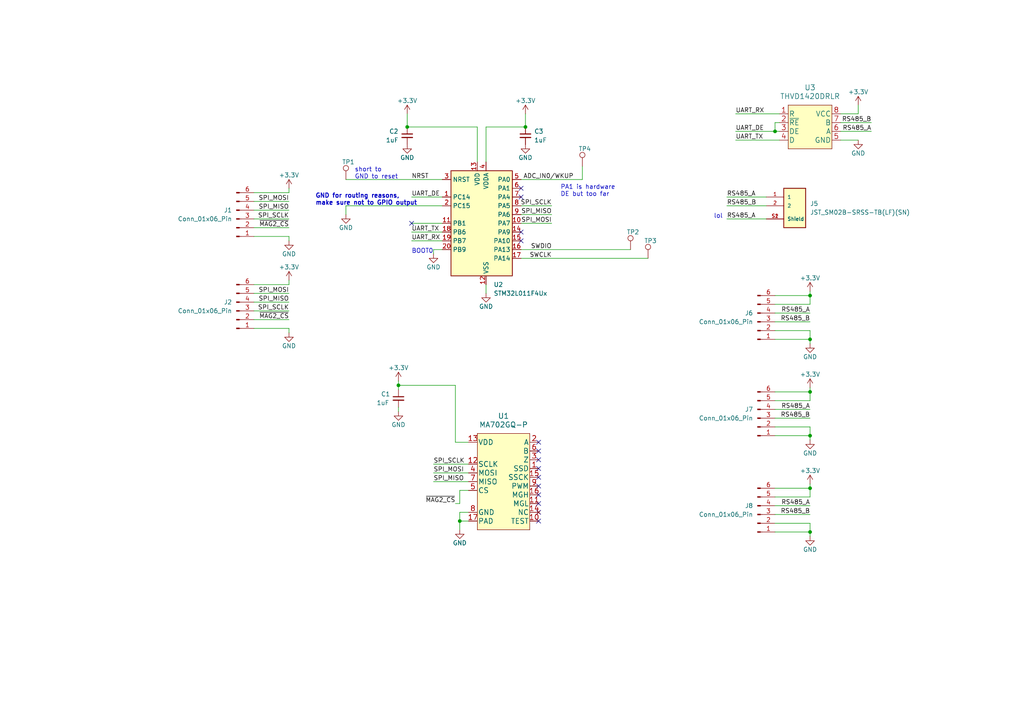
<source format=kicad_sch>
(kicad_sch (version 20230121) (generator eeschema)
  (paper "A4")
  (title_block (title "Ø12encoder") (date "2024-01-04") (rev "1") (company "Christopher Xu"))
  (lib_symbols
    (symbol "Connector:Conn_01x06_Pin" (pin_names (offset 1.016) hide)
      (property "Reference" "J" (at 0 7.62 0))
      (property "Value" "Conn_01x06_Pin" (at 0 -10.16 0))
      (symbol "Conn_01x06_Pin_1_1"
        (polyline (pts (xy 1.27 -7.62) (xy 0.8636 -7.62)) (stroke (width 0.1524)))
        (polyline (pts (xy 1.27 -5.08) (xy 0.8636 -5.08)) (stroke (width 0.1524)))
        (polyline (pts (xy 1.27 -2.54) (xy 0.8636 -2.54)) (stroke (width 0.1524)))
        (polyline (pts (xy 1.27 0) (xy 0.8636 0)) (stroke (width 0.1524)))
        (polyline (pts (xy 1.27 2.54) (xy 0.8636 2.54)) (stroke (width 0.1524)))
        (polyline (pts (xy 1.27 5.08) (xy 0.8636 5.08)) (stroke (width 0.1524)))
        (rectangle (start 0.8636 -7.493) (end 0 -7.747) (stroke (width 0.1524)) (fill (type outline)))
        (rectangle (start 0.8636 -4.953) (end 0 -5.207) (stroke (width 0.1524)) (fill (type outline)))
        (rectangle (start 0.8636 -2.413) (end 0 -2.667) (stroke (width 0.1524)) (fill (type outline)))
        (rectangle (start 0.8636 0.127) (end 0 -0.127) (stroke (width 0.1524)) (fill (type outline)))
        (rectangle (start 0.8636 2.667) (end 0 2.413) (stroke (width 0.1524)) (fill (type outline)))
        (rectangle (start 0.8636 5.207) (end 0 4.953) (stroke (width 0.1524)) (fill (type outline)))
        (pin passive line (at 5.08 5.08 180) (length 3.81) (name "Pin_1") (number "1"))
        (pin passive line (at 5.08 2.54 180) (length 3.81) (name "Pin_2") (number "2"))
        (pin passive line (at 5.08 0 180) (length 3.81) (name "Pin_3") (number "3"))
        (pin passive line (at 5.08 -2.54 180) (length 3.81) (name "Pin_4") (number "4"))
        (pin passive line (at 5.08 -5.08 180) (length 3.81) (name "Pin_5") (number "5"))
        (pin passive line (at 5.08 -7.62 180) (length 3.81) (name "Pin_6") (number "6"))
      )
    )
    (symbol "Connector:TestPoint" (pin_numbers hide) (pin_names (offset 0.762) hide)
      (property "Reference" "TP" (at 0 6.858 0))
      (property "Value" "TestPoint" (at 0 5.08 0))
      (symbol "TestPoint_0_1"
        (circle (center 0 3.302) (radius 0.762))
      )
      (symbol "TestPoint_1_1"
        (pin passive line (at 0 0 90) (length 2.54) (name "1") (number "1"))
      )
    )
    (symbol "Device:C_Small" (pin_numbers hide) (pin_names (offset 0.254) hide)
      (property "Reference" "C" (at 0.254 1.778 0))
      (property "Value" "C_Small" (at 0.254 -2.032 0))
      (symbol "C_Small_0_1"
        (polyline (pts (xy -1.524 -0.508) (xy 1.524 -0.508)) (stroke (width 0.3302)))
        (polyline (pts (xy -1.524 0.508) (xy 1.524 0.508)) (stroke (width 0.3048)))
      )
      (symbol "C_Small_1_1"
        (pin passive line (at 0 2.54 270) (length 2.032) (name "~") (number "1"))
        (pin passive line (at 0 -2.54 90) (length 2.032) (name "~") (number "2"))
      )
    )
    (symbol "MCU_ST_STM32L0:STM32L011F4Ux"
      (property "Reference" "U" (at -7.62 16.51 0))
      (property "Value" "STM32L011F4Ux" (at 5.08 16.51 0))
      (symbol "STM32L011F4Ux_0_1"
        (rectangle (start -7.62 -15.24) (end 10.16 15.24) (stroke (width 0.254)) (fill (type background)))
      )
      (symbol "STM32L011F4Ux_1_1"
        (pin bidirectional line (at -10.16 7.62 0) (length 2.54) (name "PC14") (number "1"))
        (pin bidirectional line (at 12.7 0 180) (length 2.54) (name "PA7") (number "10"))
        (pin bidirectional line (at -10.16 0 0) (length 2.54) (name "PB1") (number "11"))
        (pin power_in line (at 2.54 -17.78 90) (length 2.54) (name "VSS") (number "12"))
        (pin power_in line (at 0 17.78 270) (length 2.54) (name "VDD") (number "13"))
        (pin bidirectional line (at 12.7 -2.54 180) (length 2.54) (name "PA9") (number "14"))
        (pin bidirectional line (at 12.7 -5.08 180) (length 2.54) (name "PA10") (number "15"))
        (pin bidirectional line (at 12.7 -7.62 180) (length 2.54) (name "PA13") (number "16"))
        (pin bidirectional line (at 12.7 -10.16 180) (length 2.54) (name "PA14") (number "17"))
        (pin bidirectional line (at -10.16 -2.54 0) (length 2.54) (name "PB6") (number "18"))
        (pin bidirectional line (at -10.16 -5.08 0) (length 2.54) (name "PB7") (number "19"))
        (pin bidirectional line (at -10.16 5.08 0) (length 2.54) (name "PC15") (number "2"))
        (pin bidirectional line (at -10.16 -7.62 0) (length 2.54) (name "PB9") (number "20"))
        (pin input line (at -10.16 12.7 0) (length 2.54) (name "NRST") (number "3"))
        (pin power_in line (at 2.54 17.78 270) (length 2.54) (name "VDDA") (number "4"))
        (pin bidirectional line (at 12.7 12.7 180) (length 2.54) (name "PA0") (number "5"))
        (pin bidirectional line (at 12.7 10.16 180) (length 2.54) (name "PA1") (number "6"))
        (pin bidirectional line (at 12.7 7.62 180) (length 2.54) (name "PA4") (number "7"))
        (pin bidirectional line (at 12.7 5.08 180) (length 2.54) (name "PA5") (number "8"))
        (pin bidirectional line (at 12.7 2.54 180) (length 2.54) (name "PA6") (number "9"))
      )
    )
    (symbol "O32controller:JST_SM02B-SRSS-TB(LF)(SN)" (pin_names (offset 1.016))
      (property "Reference" "J" (at 0 8.89 0))
      (property "Value" "JST_SM02B-SRSS-TB(LF)(SN)" (at -13.9092 6.3682 0))
      (symbol "JST_SM02B-SRSS-TB(LF)(SN)_0_0"
        (rectangle (start -2.54 5.08) (end 3.81 -6.35) (stroke (width 0.254)) (fill (type background)))
        (pin bidirectional line (at -7.62 2.54 0) (length 5.08) (name "1") (number "1"))
        (pin bidirectional line (at -7.62 0 0) (length 5.08) (name "2") (number "2"))
        (pin power_in line (at -7.62 -3.81 0) (length 5.08) (name "Shield") (number "S1"))
        (pin power_in line (at -7.62 -3.81 0) (length 5.08) (name "Shield") (number "S2"))
      )
    )
    (symbol "O32controller:MA702GQ-P" (pin_names (offset 0.254))
      (property "Reference" "U" (at 0 22.86 0))
      (property "Value" "MA702GQ-P" (at 0 20.32 0))
      (symbol "MA702GQ-P_1_1"
        (rectangle (start -7.62 17.78) (end 7.62 -10.16) (fill (type background)))
        (pin output line (at 10.16 7.62 180) (length 2.54) (name "SSD") (number "1"))
        (pin input line (at 10.16 -7.62 180) (length 2.54) (name "TEST") (number "10"))
        (pin output line (at 10.16 -2.54 180) (length 2.54) (name "MGL") (number "11"))
        (pin input line (at -10.16 8.89 0) (length 2.54) (name "SCLK") (number "12"))
        (pin power_in line (at -10.16 15.24 0) (length 2.54) (name "VDD") (number "13"))
        (pin no_connect line (at 10.16 -5.08 180) (length 2.54) (name "NC") (number "14"))
        (pin input line (at 10.16 5.08 180) (length 2.54) (name "SSCK") (number "15"))
        (pin output line (at 10.16 0 180) (length 2.54) (name "MGH") (number "16"))
        (pin power_in line (at -10.16 -7.62 0) (length 2.54) (name "PAD") (number "17"))
        (pin output line (at 10.16 15.24 180) (length 2.54) (name "A") (number "2"))
        (pin output line (at 10.16 10.16 180) (length 2.54) (name "Z") (number "3"))
        (pin input line (at -10.16 6.35 0) (length 2.54) (name "MOSI") (number "4"))
        (pin input line (at -10.16 1.27 0) (length 2.54) (name "CS") (number "5"))
        (pin output line (at 10.16 12.7 180) (length 2.54) (name "B") (number "6"))
        (pin output line (at -10.16 3.81 0) (length 2.54) (name "MISO") (number "7"))
        (pin power_in line (at -10.16 -5.08 0) (length 2.54) (name "GND") (number "8"))
        (pin output line (at 10.16 2.54 180) (length 2.54) (name "PWM") (number "9"))
      )
    )
    (symbol "O32controller:THVD1420DRLR" (pin_names (offset 0.254))
      (property "Reference" "U" (at 0 10.16 0))
      (property "Value" "THVD1420DRLR" (at -1.27 12.7 0))
      (symbol "THVD1420DRLR_1_1"
        (rectangle (start -6.35 6.35) (end 6.35 -6.35) (fill (type background)))
        (pin output line (at -8.89 3.81 0) (length 2.54) (name "R") (number "1"))
        (pin input line (at -8.89 1.27 0) (length 2.54) (name "~{RE}") (number "2"))
        (pin input line (at -8.89 -1.27 0) (length 2.54) (name "DE") (number "3"))
        (pin input line (at -8.89 -3.81 0) (length 2.54) (name "D") (number "4"))
        (pin power_in line (at 8.89 -3.81 180) (length 2.54) (name "GND") (number "5"))
        (pin bidirectional line (at 8.89 -1.27 180) (length 2.54) (name "A") (number "6"))
        (pin bidirectional line (at 8.89 1.27 180) (length 2.54) (name "B") (number "7"))
        (pin power_in line (at 8.89 3.81 180) (length 2.54) (name "VCC") (number "8"))
      )
    )
    (symbol "power:+3.3V" (power) (pin_names (offset 0))
      (property "Value" "+3.3V" (at 0 3.556 0))
      (symbol "+3.3V_0_1"
        (polyline (pts (xy -0.762 1.27) (xy 0 2.54)))
        (polyline (pts (xy 0 0) (xy 0 2.54)))
        (polyline (pts (xy 0 2.54) (xy 0.762 1.27)))
      )
      (symbol "+3.3V_1_1"
        (pin power_in line (at 0 0 90) (length 0) hide (name "+3.3V") (number "1"))
      )
    )
    (symbol "power:GND" (power) (pin_names (offset 0))
      (property "Value" "GND" (at 0 -3.81 0))
      (symbol "GND_0_1"
        (polyline (pts (xy 0 0) (xy 0 -1.27) (xy 1.27 -1.27) (xy 0 -2.54) (xy -1.27 -1.27) (xy 0 -1.27)))
      )
      (symbol "GND_1_1"
        (pin power_in line (at 0 0 270) (length 0) hide (name "GND") (number "1"))
      )
    )
  )
  (junction (at 133.35 151.13))
  (junction (at 234.95 85.725))
  (junction (at 234.95 113.665))
  (junction (at 118.11 36.83))
  (junction (at 234.95 154.305))
  (junction (at 152.4 36.83))
  (junction (at 234.95 126.365))
  (junction (at 115.57 111.76))
  (junction (at 234.95 98.425))
  (junction (at 224.79 38.1))
  (junction (at 234.95 141.605))
  (no_connect (at 119.38 64.77))
  (no_connect (at 156.21 143.51))
  (no_connect (at 156.21 138.43))
  (no_connect (at 156.21 148.59))
  (no_connect (at 156.21 130.81))
  (no_connect (at 156.21 146.05))
  (no_connect (at 151.13 67.31))
  (no_connect (at 151.13 54.61))
  (no_connect (at 156.21 135.89))
  (no_connect (at 156.21 140.97))
  (no_connect (at 151.13 57.15))
  (no_connect (at 156.21 151.13))
  (no_connect (at 156.21 133.35))
  (no_connect (at 151.13 69.85))
  (no_connect (at 156.21 128.27))
  (wire (pts (xy 224.79 118.745) (xy 234.95 118.745)))
  (wire (pts (xy 118.11 33.02) (xy 118.11 36.83)))
  (wire (pts (xy 83.82 95.25) (xy 73.66 95.25)))
  (wire (pts (xy 73.66 63.5) (xy 83.82 63.5)))
  (wire (pts (xy 224.79 95.885) (xy 234.95 95.885)))
  (wire (pts (xy 234.95 95.885) (xy 234.95 98.425)))
  (wire (pts (xy 73.66 87.63) (xy 83.82 87.63)))
  (wire (pts (xy 133.35 142.24) (xy 135.89 142.24)))
  (wire (pts (xy 224.79 146.685) (xy 234.95 146.685)))
  (wire (pts (xy 83.82 96.52) (xy 83.82 95.25)))
  (wire (pts (xy 224.79 90.805) (xy 234.95 90.805)))
  (wire (pts (xy 234.95 98.425) (xy 224.79 98.425)))
  (wire (pts (xy 125.73 72.39) (xy 128.27 72.39)))
  (wire (pts (xy 151.13 72.39) (xy 182.88 72.39)))
  (wire (pts (xy 151.13 74.93) (xy 187.96 74.93)))
  (wire (pts (xy 224.79 38.1) (xy 226.06 38.1)))
  (wire (pts (xy 224.79 141.605) (xy 234.95 141.605)))
  (wire (pts (xy 140.97 36.83) (xy 140.97 46.99)))
  (wire (pts (xy 243.84 38.1) (xy 252.73 38.1)))
  (wire (pts (xy 234.95 140.335) (xy 234.95 141.605)))
  (wire (pts (xy 213.36 33.02) (xy 226.06 33.02)))
  (wire (pts (xy 83.82 69.85) (xy 83.82 68.58)))
  (wire (pts (xy 234.95 112.395) (xy 234.95 113.665)))
  (wire (pts (xy 115.57 113.03) (xy 115.57 111.76)))
  (wire (pts (xy 133.35 151.13) (xy 135.89 151.13)))
  (wire (pts (xy 234.95 126.365) (xy 224.79 126.365)))
  (wire (pts (xy 151.13 62.23) (xy 160.02 62.23)))
  (wire (pts (xy 234.95 155.575) (xy 234.95 154.305)))
  (wire (pts (xy 125.73 134.62) (xy 135.89 134.62)))
  (wire (pts (xy 133.35 146.05) (xy 133.35 142.24)))
  (wire (pts (xy 133.35 151.13) (xy 133.35 148.59)))
  (wire (pts (xy 115.57 119.38) (xy 115.57 118.11)))
  (wire (pts (xy 73.66 60.96) (xy 83.82 60.96)))
  (wire (pts (xy 140.97 85.09) (xy 140.97 82.55)))
  (wire (pts (xy 213.36 38.1) (xy 224.79 38.1)))
  (wire (pts (xy 115.57 110.49) (xy 115.57 111.76)))
  (wire (pts (xy 226.06 35.56) (xy 224.79 35.56)))
  (wire (pts (xy 119.38 57.15) (xy 128.27 57.15)))
  (wire (pts (xy 73.66 55.88) (xy 83.82 55.88)))
  (wire (pts (xy 168.91 48.26) (xy 168.91 52.07)))
  (wire (pts (xy 243.84 35.56) (xy 252.73 35.56)))
  (wire (pts (xy 234.95 141.605) (xy 234.95 144.145)))
  (wire (pts (xy 210.82 63.5) (xy 222.25 63.5)))
  (wire (pts (xy 234.95 99.695) (xy 234.95 98.425)))
  (wire (pts (xy 224.79 35.56) (xy 224.79 38.1)))
  (wire (pts (xy 224.79 116.205) (xy 234.95 116.205)))
  (wire (pts (xy 224.79 93.345) (xy 234.95 93.345)))
  (wire (pts (xy 224.79 149.225) (xy 234.95 149.225)))
  (wire (pts (xy 100.33 59.69) (xy 128.27 59.69)))
  (wire (pts (xy 234.95 127.635) (xy 234.95 126.365)))
  (wire (pts (xy 119.38 64.77) (xy 128.27 64.77)))
  (wire (pts (xy 140.97 36.83) (xy 152.4 36.83)))
  (wire (pts (xy 100.33 59.69) (xy 100.33 62.23)))
  (wire (pts (xy 234.95 113.665) (xy 234.95 116.205)))
  (wire (pts (xy 119.38 67.31) (xy 128.27 67.31)))
  (wire (pts (xy 125.73 73.66) (xy 125.73 72.39)))
  (wire (pts (xy 248.92 33.02) (xy 243.84 33.02)))
  (wire (pts (xy 152.4 36.83) (xy 152.4 33.02)))
  (wire (pts (xy 234.95 84.455) (xy 234.95 85.725)))
  (wire (pts (xy 83.82 54.61) (xy 83.82 55.88)))
  (wire (pts (xy 224.79 113.665) (xy 234.95 113.665)))
  (wire (pts (xy 73.66 66.04) (xy 83.82 66.04)))
  (wire (pts (xy 243.84 40.64) (xy 248.92 40.64)))
  (wire (pts (xy 151.13 52.07) (xy 168.91 52.07)))
  (wire (pts (xy 73.66 85.09) (xy 83.82 85.09)))
  (wire (pts (xy 118.11 36.83) (xy 138.43 36.83)))
  (wire (pts (xy 224.79 88.265) (xy 234.95 88.265)))
  (wire (pts (xy 132.08 128.27) (xy 135.89 128.27)))
  (wire (pts (xy 213.36 40.64) (xy 226.06 40.64)))
  (wire (pts (xy 100.33 52.07) (xy 128.27 52.07)))
  (wire (pts (xy 234.95 85.725) (xy 234.95 88.265)))
  (wire (pts (xy 133.35 148.59) (xy 135.89 148.59)))
  (wire (pts (xy 224.79 85.725) (xy 234.95 85.725)))
  (wire (pts (xy 151.13 59.69) (xy 160.02 59.69)))
  (wire (pts (xy 125.73 137.16) (xy 135.89 137.16)))
  (wire (pts (xy 125.73 139.7) (xy 135.89 139.7)))
  (wire (pts (xy 73.66 82.55) (xy 83.82 82.55)))
  (wire (pts (xy 73.66 92.71) (xy 83.82 92.71)))
  (wire (pts (xy 234.95 151.765) (xy 234.95 154.305)))
  (wire (pts (xy 210.82 57.15) (xy 222.25 57.15)))
  (wire (pts (xy 234.95 154.305) (xy 224.79 154.305)))
  (wire (pts (xy 248.92 30.48) (xy 248.92 33.02)))
  (wire (pts (xy 210.82 59.69) (xy 222.25 59.69)))
  (wire (pts (xy 133.35 153.67) (xy 133.35 151.13)))
  (wire (pts (xy 83.82 68.58) (xy 73.66 68.58)))
  (wire (pts (xy 83.82 81.28) (xy 83.82 82.55)))
  (wire (pts (xy 119.38 69.85) (xy 128.27 69.85)))
  (wire (pts (xy 151.13 64.77) (xy 160.02 64.77)))
  (wire (pts (xy 138.43 36.83) (xy 138.43 46.99)))
  (wire (pts (xy 224.79 121.285) (xy 234.95 121.285)))
  (wire (pts (xy 115.57 111.76) (xy 132.08 111.76)))
  (wire (pts (xy 73.66 58.42) (xy 83.82 58.42)))
  (wire (pts (xy 234.95 123.825) (xy 234.95 126.365)))
  (wire (pts (xy 224.79 144.145) (xy 234.95 144.145)))
  (wire (pts (xy 73.66 90.17) (xy 83.82 90.17)))
  (wire (pts (xy 132.08 146.05) (xy 133.35 146.05)))
  (wire (pts (xy 132.08 111.76) (xy 132.08 128.27)))
  (wire (pts (xy 224.79 151.765) (xy 234.95 151.765)))
  (wire (pts (xy 224.79 123.825) (xy 234.95 123.825)))
  (text "GND for routing reasons,\nmake sure not to GPIO output" (at 91.44 59.69 0) (effects (font (size 1.27 1.27) (thickness 0.254) bold) (justify left bottom)))
  (text "BOOT0" (at 119.38 73.66 0) (effects (font (size 1.27 1.27)) (justify left bottom)))
  (text "PA1 is hardware \nDE but too far" (at 162.56 57.15 0) (effects (font (size 1.27 1.27)) (justify left bottom)))
  (text "short to \nGND to reset" (at 102.87 52.07 0) (effects (font (size 1.27 1.27)) (justify left bottom)))
  (text "lol" (at 207.01 63.5 0) (effects (font (size 1.27 1.27)) (justify left bottom)))
  (label "SPI_SCLK" (at 160.02 59.69 180))
  (label "RS485_A" (at 210.82 63.5 0))
  (label "SPI_MISO" (at 125.73 139.7 0))
  (label "RS485_B" (at 210.82 59.69 0))
  (label "SPI_SCLK" (at 83.82 63.5 180))
  (label "RS485_A" (at 234.95 146.685 180))
  (label "RS485_A" (at 234.95 90.805 180))
  (label "UART_TX" (at 119.38 67.31 0))
  (label "UART_RX" (at 213.36 33.02 0))
  (label "RS485_B" (at 234.95 121.285 180))
  (label "SWDIO" (at 160.02 72.39 180))
  (label "SPI_MOSI" (at 125.73 137.16 0))
  (label "UART_RX" (at 119.38 69.85 0))
  (label "UART_TX" (at 213.36 40.64 0))
  (label "RS485_B" (at 234.95 149.225 180))
  (label "~{MAG2_CS}" (at 83.82 92.71 180))
  (label "RS485_A" (at 234.95 118.745 180))
  (label "~{MAG2_CS}" (at 83.82 66.04 180))
  (label "RS485_A" (at 210.82 57.15 0))
  (label "~{MAG2_CS}" (at 132.08 146.05 180))
  (label "SPI_MOSI" (at 160.02 64.77 180))
  (label "SPI_SCLK" (at 125.73 134.62 0))
  (label "SPI_MOSI" (at 83.82 85.09 180))
  (label "SPI_MISO" (at 83.82 87.63 180))
  (label "ADC_IN0{slash}WKUP" (at 166.37 52.07 180))
  (label "UART_DE" (at 119.38 57.15 0))
  (label "NRST" (at 119.38 52.07 0))
  (label "RS485_A" (at 252.73 38.1 180))
  (label "UART_DE" (at 213.36 38.1 0))
  (label "SPI_MOSI" (at 83.82 58.42 180))
  (label "RS485_B" (at 234.95 93.345 180))
  (label "SPI_MISO" (at 160.02 62.23 180))
  (label "SWCLK" (at 160.02 74.93 180))
  (label "RS485_B" (at 252.73 35.56 180))
  (label "SPI_MISO" (at 83.82 60.96 180))
  (label "SPI_SCLK" (at 83.82 90.17 180))
  (symbol (lib_id "power:GND") (at 118.11 41.91 0) (mirror y) (unit 1)
    (property "Reference" "#PWR012" (effects hide))
    (property "Value" "GND" (at 118.11 45.72 0))
  )
  (symbol (lib_id "power:GND") (at 234.95 99.695 0) (mirror y) (unit 1)
    (property "Reference" "#PWR021" (effects hide))
    (property "Value" "GND" (at 234.95 103.505 0))
  )
  (symbol (lib_id "power:+3.3V") (at 234.95 140.335 0) (mirror y) (unit 1)
    (property "Reference" "#PWR024" (effects hide))
    (property "Value" "+3.3V" (at 234.95 136.525 0))
  )
  (symbol (lib_id "Connector:TestPoint") (at 168.91 48.26 0) (unit 1) (in_bom no)
    (property "Reference" "TP4" (at 171.45 43.18 0) (effects (justify right)))
    (property "Value" "TestPoint" (effects hide))
    (property "Footprint" "O32controller:TestPoint_Pad_Rect" (effects hide))
  )
  (symbol (lib_id "power:GND") (at 234.95 155.575 0) (mirror y) (unit 1)
    (property "Reference" "#PWR025" (effects hide))
    (property "Value" "GND" (at 234.95 159.385 0))
  )
  (symbol (lib_id "power:GND") (at 248.92 40.64 0) (unit 1)
    (property "Reference" "#PWR016" (effects hide))
    (property "Value" "GND" (at 248.92 44.45 0))
  )
  (symbol (lib_id "power:GND") (at 125.73 73.66 0) (mirror y) (unit 1)
    (property "Reference" "#PWR019" (effects hide))
    (property "Value" "GND" (at 125.73 77.47 0))
  )
  (symbol (lib_id "Connector:Conn_01x06_Pin") (at 219.71 93.345 0) (mirror x) (unit 1)
    (property "Reference" "J6" (at 218.44 90.805 0) (effects (justify right)))
    (property "Value" "Conn_01x06_Pin" (at 218.44 93.345 0) (effects (justify right)))
    (property "Footprint" "O32controller:FFC_0.5mm_6p" (effects hide))
  )
  (symbol (lib_id "power:+3.3V") (at 83.82 81.28 0) (mirror y) (unit 1)
    (property "Reference" "#PWR05" (effects hide))
    (property "Value" "+3.3V" (at 83.82 77.47 0))
  )
  (symbol (lib_id "power:+3.3V") (at 234.95 112.395 0) (mirror y) (unit 1)
    (property "Reference" "#PWR022" (effects hide))
    (property "Value" "+3.3V" (at 234.95 108.585 0))
  )
  (symbol (lib_id "Connector:Conn_01x06_Pin") (at 68.58 90.17 0) (mirror x) (unit 1)
    (property "Reference" "J2" (at 67.31 87.63 0) (effects (justify right)))
    (property "Value" "Conn_01x06_Pin" (at 67.31 90.17 0) (effects (justify right)))
    (property "Footprint" "O32controller:FFC_0.5mm_6p" (effects hide))
  )
  (symbol (lib_id "Device:C_Small") (at 118.11 39.37 0) (mirror y) (unit 1)
    (property "Reference" "C2" (at 115.57 38.1063 0) (effects (justify left)))
    (property "Value" "1uF" (at 115.57 40.6463 0) (effects (justify left)))
    (property "Footprint" "Capacitor_SMD:C_0402_1005Metric" (effects hide))
    (property "MPN" "CL05A105KA5NQNC" (effects hide))
    (property "Vendor" "LCSC" (effects hide))
    (property "Vendor#" "C52923" (effects hide))
  )
  (symbol (lib_id "power:+3.3V") (at 234.95 84.455 0) (mirror y) (unit 1)
    (property "Reference" "#PWR020" (effects hide))
    (property "Value" "+3.3V" (at 234.95 80.645 0))
  )
  (symbol (lib_id "Connector:Conn_01x06_Pin") (at 219.71 149.225 0) (mirror x) (unit 1)
    (property "Reference" "J8" (at 218.44 146.685 0) (effects (justify right)))
    (property "Value" "Conn_01x06_Pin" (at 218.44 149.225 0) (effects (justify right)))
    (property "Footprint" "O32controller:FFC_0.5mm_6p" (effects hide))
  )
  (symbol (lib_id "power:GND") (at 140.97 85.09 0) (mirror y) (unit 1)
    (property "Reference" "#PWR017" (effects hide))
    (property "Value" "GND" (at 140.97 88.9 0))
  )
  (symbol (lib_id "O32controller:JST_SM02B-SRSS-TB(LF)(SN)") (at 229.87 59.69 0) (unit 1)
    (property "Reference" "J5" (at 234.95 59.055 0) (effects (justify left)))
    (property "Value" "JST_SM02B-SRSS-TB(LF)(SN)" (at 234.95 61.595 0) (effects (justify left)))
    (property "Footprint" "O32controller:JST_SM02B-SRSS-TB(LF)(SN)" (effects hide))
    (property "Datasheet" "https://www.snapeda.com/parts/SM04B-SRSS-TB(LF)(SN)/JST%20Sales/datasheet/" (effects hide))
    (property "MPN" "SM02B-SRSS-TB(LF)(SN)" (effects hide))
    (property "Vendor" "LCSC" (effects hide))
    (property "Vendor#" "C160402" (effects hide))
  )
  (symbol (lib_id "Connector:Conn_01x06_Pin") (at 68.58 63.5 0) (mirror x) (unit 1)
    (property "Reference" "J1" (at 67.31 60.96 0) (effects (justify right)))
    (property "Value" "Conn_01x06_Pin" (at 67.31 63.5 0) (effects (justify right)))
    (property "Footprint" "O32controller:FFC_0.5mm_6p" (effects hide))
  )
  (symbol (lib_id "power:GND") (at 83.82 96.52 0) (mirror y) (unit 1)
    (property "Reference" "#PWR06" (effects hide))
    (property "Value" "GND" (at 83.82 100.33 0))
  )
  (symbol (lib_id "O32controller:THVD1420DRLR") (at 234.95 36.83 0) (unit 1)
    (property "Reference" "U3" (at 234.95 25.4 0) (effects (font (size 1.524 1.524))))
    (property "Value" "THVD1420DRLR" (at 234.95 27.94 0) (effects (font (size 1.524 1.524))))
    (property "Footprint" "O32controller:THVD1420DRLR_SOT-585" (effects hide))
    (property "Datasheet" "https://www.ti.com/lit/ds/symlink/thvd1400.pdf" (effects hide))
    (property "MPN" "THVD1420DRLR" (effects hide))
    (property "Vendor" "Digikey" (effects hide))
    (property "Vendor#" "296-THVD1420DRLRCT-ND" (effects hide))
  )
  (symbol (lib_id "Connector:TestPoint") (at 187.96 74.93 0) (unit 1) (in_bom no)
    (property "Reference" "TP3" (at 190.5 69.85 0) (effects (justify right)))
    (property "Value" "TestPoint" (effects hide))
    (property "Footprint" "O32controller:TestPoint_Pad_Rect" (effects hide))
  )
  (symbol (lib_id "MCU_ST_STM32L0:STM32L011F4Ux") (at 138.43 64.77 0) (unit 1)
    (property "Reference" "U2" (at 143.1641 82.55 0) (effects (justify left)))
    (property "Value" "STM32L011F4Ux" (at 143.1641 85.09 0) (effects (justify left)))
    (property "Footprint" "Package_DFN_QFN:ST_UFQFPN-20_3x3mm_P0.5mm" (effects hide))
    (property "Datasheet" "https://www.st.com/resource/en/datasheet/stm32l011f4.pdf" (effects hide))
    (property "MPN" "STM32L011F4U6TR" (effects hide))
    (property "Vendor" "LCSC" (effects hide))
    (property "Vendor#" "C329283" (effects hide))
  )
  (symbol (lib_id "power:GND") (at 152.4 41.91 0) (mirror y) (unit 1)
    (property "Reference" "#PWR014" (effects hide))
    (property "Value" "GND" (at 152.4 45.72 0))
  )
  (symbol (lib_id "power:GND") (at 115.57 119.38 0) (unit 1)
    (property "Reference" "#PWR02" (effects hide))
    (property "Value" "GND" (at 115.57 123.19 0))
  )
  (symbol (lib_id "power:GND") (at 133.35 153.67 0) (unit 1)
    (property "Reference" "#PWR018" (effects hide))
    (property "Value" "GND" (at 133.35 157.48 0))
  )
  (symbol (lib_id "power:GND") (at 234.95 127.635 0) (mirror y) (unit 1)
    (property "Reference" "#PWR023" (effects hide))
    (property "Value" "GND" (at 234.95 131.445 0))
  )
  (symbol (lib_id "Device:C_Small") (at 152.4 39.37 0) (unit 1)
    (property "Reference" "C3" (at 154.94 38.1063 0) (effects (justify left)))
    (property "Value" "1uF" (at 154.94 40.6463 0) (effects (justify left)))
    (property "Footprint" "Capacitor_SMD:C_0402_1005Metric" (effects hide))
    (property "MPN" "CL05A105KA5NQNC" (effects hide))
    (property "Vendor" "LCSC" (effects hide))
    (property "Vendor#" "C52923" (effects hide))
  )
  (symbol (lib_id "Connector:Conn_01x06_Pin") (at 219.71 121.285 0) (mirror x) (unit 1)
    (property "Reference" "J7" (at 218.44 118.745 0) (effects (justify right)))
    (property "Value" "Conn_01x06_Pin" (at 218.44 121.285 0) (effects (justify right)))
    (property "Footprint" "O32controller:FFC_0.5mm_6p" (effects hide))
  )
  (symbol (lib_id "power:+3.3V") (at 248.92 30.48 0) (unit 1)
    (property "Reference" "#PWR015" (effects hide))
    (property "Value" "+3.3V" (at 248.92 26.67 0))
  )
  (symbol (lib_id "power:GND") (at 100.33 62.23 0) (mirror y) (unit 1)
    (property "Reference" "#PWR026" (effects hide))
    (property "Value" "GND" (at 100.33 66.04 0))
  )
  (symbol (lib_id "power:+3.3V") (at 118.11 33.02 0) (mirror y) (unit 1)
    (property "Reference" "#PWR011" (effects hide))
    (property "Value" "+3.3V" (at 118.11 29.21 0))
  )
  (symbol (lib_id "Device:C_Small") (at 115.57 115.57 0) (unit 1)
    (property "Reference" "C1" (at 110.49 114.3 0) (effects (justify left)))
    (property "Value" "1uF" (at 109.22 116.84 0) (effects (justify left)))
    (property "Footprint" "Capacitor_SMD:C_0402_1005Metric" (effects hide))
    (property "Vendor" "LCSC" (effects hide))
    (property "Vendor#" "C52923" (effects hide))
    (property "MPN" "CL05A105KA5NQNC" (effects hide))
  )
  (symbol (lib_id "power:+3.3V") (at 83.82 54.61 0) (mirror y) (unit 1)
    (property "Reference" "#PWR03" (effects hide))
    (property "Value" "+3.3V" (at 83.82 50.8 0))
  )
  (symbol (lib_id "Connector:TestPoint") (at 100.33 52.07 0) (unit 1) (in_bom no)
    (property "Reference" "TP1" (at 102.87 46.99 0) (effects (justify right)))
    (property "Value" "TestPoint" (effects hide))
    (property "Footprint" "O32controller:TestPoint_Pad_Rect" (effects hide))
  )
  (symbol (lib_id "Connector:TestPoint") (at 182.88 72.39 0) (unit 1) (in_bom no)
    (property "Reference" "TP2" (at 185.42 67.31 0) (effects (justify right)))
    (property "Value" "TestPoint" (effects hide))
    (property "Footprint" "O32controller:TestPoint_Pad_Rect" (effects hide))
  )
  (symbol (lib_id "power:+3.3V") (at 152.4 33.02 0) (mirror y) (unit 1)
    (property "Reference" "#PWR013" (effects hide))
    (property "Value" "+3.3V" (at 152.4 29.21 0))
  )
  (symbol (lib_id "power:GND") (at 83.82 69.85 0) (mirror y) (unit 1)
    (property "Reference" "#PWR04" (effects hide))
    (property "Value" "GND" (at 83.82 73.66 0))
  )
  (symbol (lib_id "power:+3.3V") (at 115.57 110.49 0) (unit 1)
    (property "Reference" "#PWR01" (effects hide))
    (property "Value" "+3.3V" (at 115.57 106.68 0))
  )
  (symbol (lib_id "O32controller:MA702GQ-P") (at 146.05 143.51 0) (unit 1)
    (property "Reference" "U1" (at 146.05 120.65 0) (effects (font (size 1.524 1.524))))
    (property "Value" "MA702GQ-P" (at 146.05 123.19 0) (effects (font (size 1.524 1.524))))
    (property "Footprint" "O32controller:MA702GQ-P" (effects hide))
    (property "Vendor" "MPS" (effects hide))
  )
)
</source>
